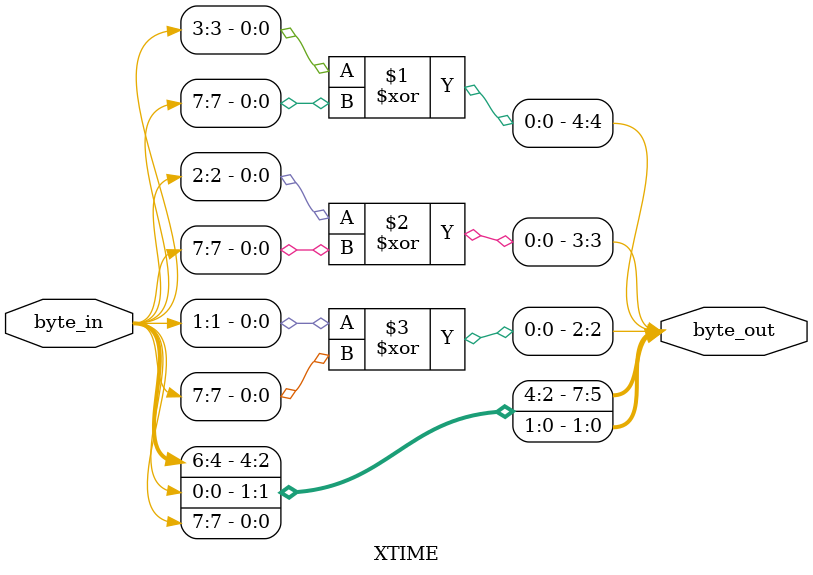
<source format=v>
module XTIME(
//input
	input wire	[7:0]	byte_in,

//output
	output wire	[7:0]	byte_out
);


	assign byte_out[7:5] = byte_in[6:4];
	assign byte_out[4] = byte_in[3] ^ byte_in[7];
	assign byte_out[3] = byte_in[2] ^ byte_in[7];
	assign byte_out[2] = byte_in[1] ^ byte_in[7];
	assign byte_out[1] = byte_in[0];
	assign byte_out[0] = byte_in[7];

endmodule

</source>
